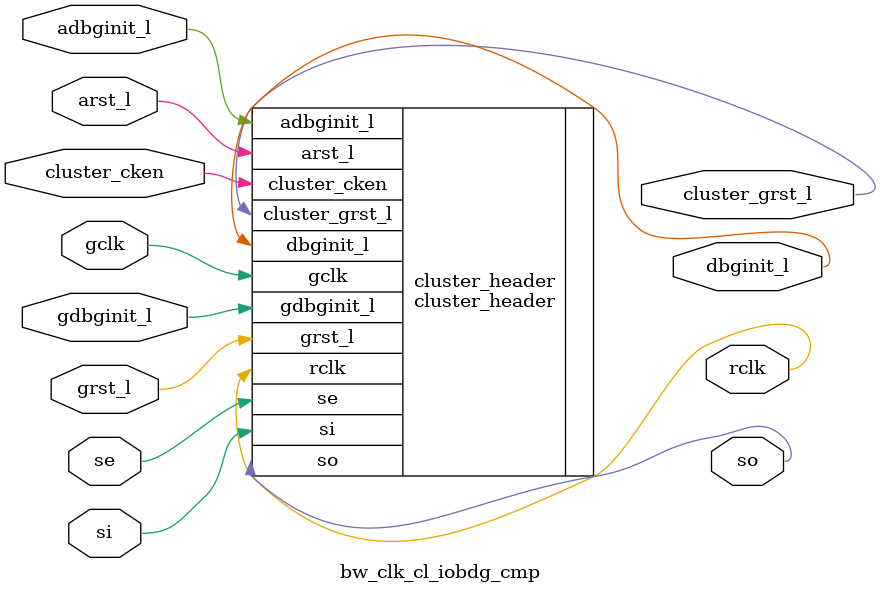
<source format=v>
/*
//  Module Name:	iobdg clock macro
//  Description:        Clock macro that encapsulates the cluster header.
*/
////////////////////////////////////////////////////////////////////////
// Global header file includes
////////////////////////////////////////////////////////////////////////
`include	"sys.h" // system level definition file which contains the 
			// time scale definition
`include        "iop.h"


////////////////////////////////////////////////////////////////////////
// Local header file includes / local defines
////////////////////////////////////////////////////////////////////////


module bw_clk_cl_iobdg_cmp (/*AUTOARG*/
   // Outputs
   so, rclk, dbginit_l, cluster_grst_l, 
   // Inputs
   si, se, grst_l, gdbginit_l, gclk, cluster_cken, arst_l, 
   adbginit_l
   );
   
   /*AUTOINPUT*/
   // Beginning of automatic inputs (from unused autoinst inputs)
   input		adbginit_l;		// To cluster_header of cluster_header.v
   input		arst_l;			// To cluster_header of cluster_header.v
   input		cluster_cken;		// To cluster_header of cluster_header.v
   input		gclk;			// To cluster_header of cluster_header.v
   input		gdbginit_l;		// To cluster_header of cluster_header.v
   input		grst_l;			// To cluster_header of cluster_header.v
   input		se;			// To cluster_header of cluster_header.v
   input		si;			// To cluster_header of cluster_header.v
   // End of automatics
   
   /*AUTOOUTPUT*/
   // Beginning of automatic outputs (from unused autoinst outputs)
   output		cluster_grst_l;		// From cluster_header of cluster_header.v
   output		dbginit_l;		// From cluster_header of cluster_header.v
   output		rclk;			// From cluster_header of cluster_header.v
   output		so;			// From cluster_header of cluster_header.v
   // End of automatics

   /*AUTOWIRE*/
   // Beginning of automatic wires (for undeclared instantiated-module outputs)
   // End of automatics

   
////////////////////////////////////////////////////////////////////////
// Code start here 
////////////////////////////////////////////////////////////////////////
   cluster_header cluster_header (/*AUTOINST*/
				  // Outputs
				  .dbginit_l(dbginit_l),
				  .cluster_grst_l(cluster_grst_l),
				  .rclk	(rclk),
				  .so	(so),
				  // Inputs
				  .gclk	(gclk),
				  .cluster_cken(cluster_cken),
				  .arst_l(arst_l),
				  .grst_l(grst_l),
				  .adbginit_l(adbginit_l),
				  .gdbginit_l(gdbginit_l),
				  .si	(si),
				  .se	(se));


endmodule // bw_clk_cl_iobdg_cmp


// Local Variables:
// verilog-library-directories:("." "../../common/rtl")
// End:

</source>
